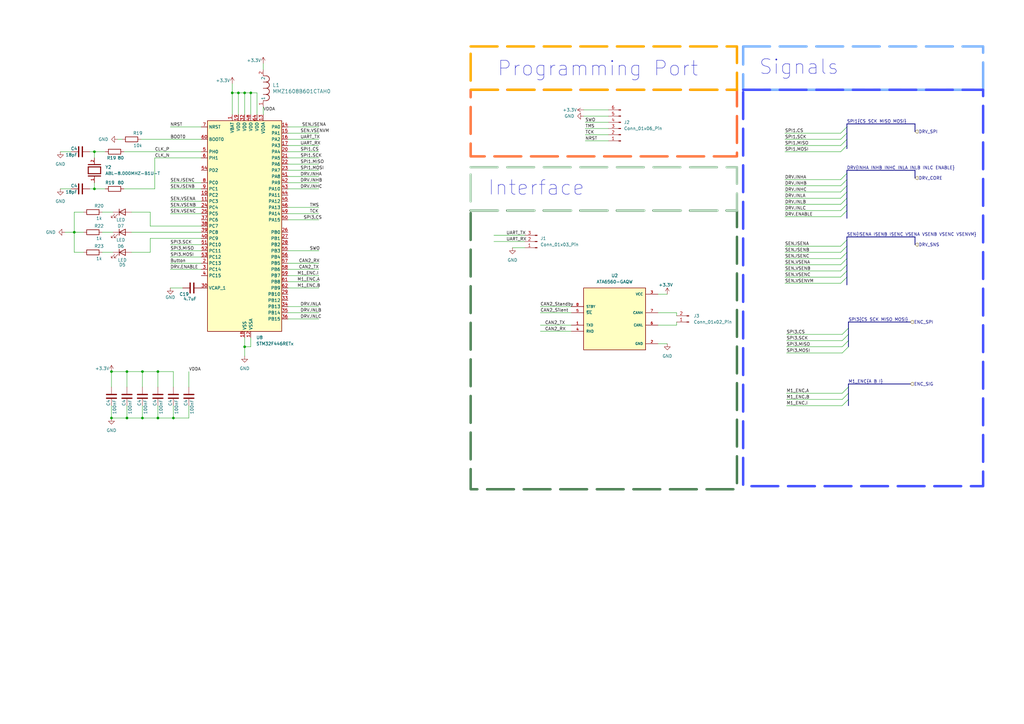
<source format=kicad_sch>
(kicad_sch (version 20230121) (generator eeschema)
  (paper "A3")
  (lib_symbols
    (symbol "Connector:Conn_01x02_Pin" (pin_names (offset 1.016) hide)
      (property "Reference" "J" (at 0 2.54 0))
      (property "Value" "Conn_01x02_Pin" (at 0 -5.08 0))
      (symbol "Conn_01x02_Pin_1_1"
        (polyline (pts (xy 1.27 -2.54) (xy 0.8636 -2.54)) (stroke (width 0.1524)))
        (polyline (pts (xy 1.27 0) (xy 0.8636 0)) (stroke (width 0.1524)))
        (rectangle (start 0.8636 -2.413) (end 0 -2.667) (stroke (width 0.1524)) (fill (type outline)))
        (rectangle (start 0.8636 0.127) (end 0 -0.127) (stroke (width 0.1524)) (fill (type outline)))
        (pin passive line (at 5.08 0 180) (length 3.81) (name "Pin_1") (number "1"))
        (pin passive line (at 5.08 -2.54 180) (length 3.81) (name "Pin_2") (number "2"))
      )
    )
    (symbol "Connector:Conn_01x03_Pin" (pin_names (offset 1.016) hide)
      (property "Reference" "J" (at 0 5.08 0))
      (property "Value" "Conn_01x03_Pin" (at 0 -5.08 0))
      (symbol "Conn_01x03_Pin_1_1"
        (polyline (pts (xy 1.27 -2.54) (xy 0.8636 -2.54)) (stroke (width 0.1524)))
        (polyline (pts (xy 1.27 0) (xy 0.8636 0)) (stroke (width 0.1524)))
        (polyline (pts (xy 1.27 2.54) (xy 0.8636 2.54)) (stroke (width 0.1524)))
        (rectangle (start 0.8636 -2.413) (end 0 -2.667) (stroke (width 0.1524)) (fill (type outline)))
        (rectangle (start 0.8636 0.127) (end 0 -0.127) (stroke (width 0.1524)) (fill (type outline)))
        (rectangle (start 0.8636 2.667) (end 0 2.413) (stroke (width 0.1524)) (fill (type outline)))
        (pin passive line (at 5.08 2.54 180) (length 3.81) (name "Pin_1") (number "1"))
        (pin passive line (at 5.08 0 180) (length 3.81) (name "Pin_2") (number "2"))
        (pin passive line (at 5.08 -2.54 180) (length 3.81) (name "Pin_3") (number "3"))
      )
    )
    (symbol "Connector:Conn_01x06_Pin" (pin_names (offset 1.016) hide)
      (property "Reference" "J" (at 0 7.62 0))
      (property "Value" "Conn_01x06_Pin" (at 0 -10.16 0))
      (symbol "Conn_01x06_Pin_1_1"
        (polyline (pts (xy 1.27 -7.62) (xy 0.8636 -7.62)) (stroke (width 0.1524)))
        (polyline (pts (xy 1.27 -5.08) (xy 0.8636 -5.08)) (stroke (width 0.1524)))
        (polyline (pts (xy 1.27 -2.54) (xy 0.8636 -2.54)) (stroke (width 0.1524)))
        (polyline (pts (xy 1.27 0) (xy 0.8636 0)) (stroke (width 0.1524)))
        (polyline (pts (xy 1.27 2.54) (xy 0.8636 2.54)) (stroke (width 0.1524)))
        (polyline (pts (xy 1.27 5.08) (xy 0.8636 5.08)) (stroke (width 0.1524)))
        (rectangle (start 0.8636 -7.493) (end 0 -7.747) (stroke (width 0.1524)) (fill (type outline)))
        (rectangle (start 0.8636 -4.953) (end 0 -5.207) (stroke (width 0.1524)) (fill (type outline)))
        (rectangle (start 0.8636 -2.413) (end 0 -2.667) (stroke (width 0.1524)) (fill (type outline)))
        (rectangle (start 0.8636 0.127) (end 0 -0.127) (stroke (width 0.1524)) (fill (type outline)))
        (rectangle (start 0.8636 2.667) (end 0 2.413) (stroke (width 0.1524)) (fill (type outline)))
        (rectangle (start 0.8636 5.207) (end 0 4.953) (stroke (width 0.1524)) (fill (type outline)))
        (pin passive line (at 5.08 5.08 180) (length 3.81) (name "Pin_1") (number "1"))
        (pin passive line (at 5.08 2.54 180) (length 3.81) (name "Pin_2") (number "2"))
        (pin passive line (at 5.08 0 180) (length 3.81) (name "Pin_3") (number "3"))
        (pin passive line (at 5.08 -2.54 180) (length 3.81) (name "Pin_4") (number "4"))
        (pin passive line (at 5.08 -5.08 180) (length 3.81) (name "Pin_5") (number "5"))
        (pin passive line (at 5.08 -7.62 180) (length 3.81) (name "Pin_6") (number "6"))
      )
    )
    (symbol "Device:C" (pin_numbers hide) (pin_names (offset 0.254))
      (property "Reference" "C" (at 0.635 2.54 0))
      (property "Value" "C" (at 0.635 -2.54 0))
      (symbol "C_0_1"
        (polyline (pts (xy -2.032 -0.762) (xy 2.032 -0.762)) (stroke (width 0.508)))
        (polyline (pts (xy -2.032 0.762) (xy 2.032 0.762)) (stroke (width 0.508)))
      )
      (symbol "C_1_1"
        (pin passive line (at 0 3.81 270) (length 2.794) (name "~") (number "1"))
        (pin passive line (at 0 -3.81 90) (length 2.794) (name "~") (number "2"))
      )
    )
    (symbol "Device:LED" (pin_numbers hide) (pin_names (offset 1.016) hide)
      (property "Reference" "D" (at 0 2.54 0))
      (property "Value" "LED" (at 0 -2.54 0))
      (symbol "LED_0_1"
        (polyline (pts (xy -1.27 -1.27) (xy -1.27 1.27)) (stroke (width 0.254)))
        (polyline (pts (xy -1.27 0) (xy 1.27 0)))
        (polyline (pts (xy 1.27 -1.27) (xy 1.27 1.27) (xy -1.27 0) (xy 1.27 -1.27)) (stroke (width 0.254)))
        (polyline (pts (xy -3.048 -0.762) (xy -4.572 -2.286) (xy -3.81 -2.286) (xy -4.572 -2.286) (xy -4.572 -1.524)))
        (polyline (pts (xy -1.778 -0.762) (xy -3.302 -2.286) (xy -2.54 -2.286) (xy -3.302 -2.286) (xy -3.302 -1.524)))
      )
      (symbol "LED_1_1"
        (pin passive line (at -3.81 0 0) (length 2.54) (name "K") (number "1"))
        (pin passive line (at 3.81 0 180) (length 2.54) (name "A") (number "2"))
      )
    )
    (symbol "Device:R" (pin_numbers hide) (pin_names (offset 0))
      (property "Reference" "R" (at 2.032 0 90))
      (property "Value" "R" (at 0 0 90))
      (symbol "R_0_1"
        (rectangle (start -1.016 -2.54) (end 1.016 2.54) (stroke (width 0.254)))
      )
      (symbol "R_1_1"
        (pin passive line (at 0 3.81 270) (length 1.27) (name "~") (number "1"))
        (pin passive line (at 0 -3.81 90) (length 1.27) (name "~") (number "2"))
      )
    )
    (symbol "MCU_ST_STM32F4:STM32F446RETx"
      (property "Reference" "U" (at -15.24 44.45 0))
      (property "Value" "STM32F446RETx" (at 10.16 44.45 0))
      (symbol "STM32F446RETx_0_1"
        (rectangle (start -15.24 -43.18) (end 15.24 43.18) (stroke (width 0.254)) (fill (type background)))
      )
      (symbol "STM32F446RETx_1_1"
        (pin power_in line (at -5.08 45.72 270) (length 2.54) (name "VBAT") (number "1"))
        (pin bidirectional line (at -17.78 12.7 0) (length 2.54) (name "PC2") (number "10"))
        (pin bidirectional line (at -17.78 10.16 0) (length 2.54) (name "PC3") (number "11"))
        (pin power_in line (at 2.54 -45.72 90) (length 2.54) (name "VSSA") (number "12"))
        (pin power_in line (at 7.62 45.72 270) (length 2.54) (name "VDDA") (number "13"))
        (pin bidirectional line (at 17.78 40.64 180) (length 2.54) (name "PA0") (number "14"))
        (pin bidirectional line (at 17.78 38.1 180) (length 2.54) (name "PA1") (number "15"))
        (pin bidirectional line (at 17.78 35.56 180) (length 2.54) (name "PA2") (number "16"))
        (pin bidirectional line (at 17.78 33.02 180) (length 2.54) (name "PA3") (number "17"))
        (pin power_in line (at 0 -45.72 90) (length 2.54) (name "VSS") (number "18"))
        (pin power_in line (at -2.54 45.72 270) (length 2.54) (name "VDD") (number "19"))
        (pin bidirectional line (at -17.78 -15.24 0) (length 2.54) (name "PC13") (number "2"))
        (pin bidirectional line (at 17.78 30.48 180) (length 2.54) (name "PA4") (number "20"))
        (pin bidirectional line (at 17.78 27.94 180) (length 2.54) (name "PA5") (number "21"))
        (pin bidirectional line (at 17.78 25.4 180) (length 2.54) (name "PA6") (number "22"))
        (pin bidirectional line (at 17.78 22.86 180) (length 2.54) (name "PA7") (number "23"))
        (pin bidirectional line (at -17.78 7.62 0) (length 2.54) (name "PC4") (number "24"))
        (pin bidirectional line (at -17.78 5.08 0) (length 2.54) (name "PC5") (number "25"))
        (pin bidirectional line (at 17.78 -2.54 180) (length 2.54) (name "PB0") (number "26"))
        (pin bidirectional line (at 17.78 -5.08 180) (length 2.54) (name "PB1") (number "27"))
        (pin bidirectional line (at 17.78 -7.62 180) (length 2.54) (name "PB2") (number "28"))
        (pin bidirectional line (at 17.78 -27.94 180) (length 2.54) (name "PB10") (number "29"))
        (pin bidirectional line (at -17.78 -17.78 0) (length 2.54) (name "PC14") (number "3"))
        (pin power_out line (at -17.78 -25.4 0) (length 2.54) (name "VCAP_1") (number "30"))
        (pin passive line (at 0 -45.72 90) (length 2.54) hide (name "VSS") (number "31"))
        (pin power_in line (at 0 45.72 270) (length 2.54) (name "VDD") (number "32"))
        (pin bidirectional line (at 17.78 -30.48 180) (length 2.54) (name "PB12") (number "33"))
        (pin bidirectional line (at 17.78 -33.02 180) (length 2.54) (name "PB13") (number "34"))
        (pin bidirectional line (at 17.78 -35.56 180) (length 2.54) (name "PB14") (number "35"))
        (pin bidirectional line (at 17.78 -38.1 180) (length 2.54) (name "PB15") (number "36"))
        (pin bidirectional line (at -17.78 2.54 0) (length 2.54) (name "PC6") (number "37"))
        (pin bidirectional line (at -17.78 0 0) (length 2.54) (name "PC7") (number "38"))
        (pin bidirectional line (at -17.78 -2.54 0) (length 2.54) (name "PC8") (number "39"))
        (pin bidirectional line (at -17.78 -20.32 0) (length 2.54) (name "PC15") (number "4"))
        (pin bidirectional line (at -17.78 -5.08 0) (length 2.54) (name "PC9") (number "40"))
        (pin bidirectional line (at 17.78 20.32 180) (length 2.54) (name "PA8") (number "41"))
        (pin bidirectional line (at 17.78 17.78 180) (length 2.54) (name "PA9") (number "42"))
        (pin bidirectional line (at 17.78 15.24 180) (length 2.54) (name "PA10") (number "43"))
        (pin bidirectional line (at 17.78 12.7 180) (length 2.54) (name "PA11") (number "44"))
        (pin bidirectional line (at 17.78 10.16 180) (length 2.54) (name "PA12") (number "45"))
        (pin bidirectional line (at 17.78 7.62 180) (length 2.54) (name "PA13") (number "46"))
        (pin passive line (at 0 -45.72 90) (length 2.54) hide (name "VSS") (number "47"))
        (pin power_in line (at 2.54 45.72 270) (length 2.54) (name "VDD") (number "48"))
        (pin bidirectional line (at 17.78 5.08 180) (length 2.54) (name "PA14") (number "49"))
        (pin bidirectional line (at -17.78 30.48 0) (length 2.54) (name "PH0") (number "5"))
        (pin bidirectional line (at 17.78 2.54 180) (length 2.54) (name "PA15") (number "50"))
        (pin bidirectional line (at -17.78 -7.62 0) (length 2.54) (name "PC10") (number "51"))
        (pin bidirectional line (at -17.78 -10.16 0) (length 2.54) (name "PC11") (number "52"))
        (pin bidirectional line (at -17.78 -12.7 0) (length 2.54) (name "PC12") (number "53"))
        (pin bidirectional line (at -17.78 22.86 0) (length 2.54) (name "PD2") (number "54"))
        (pin bidirectional line (at 17.78 -10.16 180) (length 2.54) (name "PB3") (number "55"))
        (pin bidirectional line (at 17.78 -12.7 180) (length 2.54) (name "PB4") (number "56"))
        (pin bidirectional line (at 17.78 -15.24 180) (length 2.54) (name "PB5") (number "57"))
        (pin bidirectional line (at 17.78 -17.78 180) (length 2.54) (name "PB6") (number "58"))
        (pin bidirectional line (at 17.78 -20.32 180) (length 2.54) (name "PB7") (number "59"))
        (pin bidirectional line (at -17.78 27.94 0) (length 2.54) (name "PH1") (number "6"))
        (pin input line (at -17.78 35.56 0) (length 2.54) (name "BOOT0") (number "60"))
        (pin bidirectional line (at 17.78 -22.86 180) (length 2.54) (name "PB8") (number "61"))
        (pin bidirectional line (at 17.78 -25.4 180) (length 2.54) (name "PB9") (number "62"))
        (pin passive line (at 0 -45.72 90) (length 2.54) hide (name "VSS") (number "63"))
        (pin power_in line (at 5.08 45.72 270) (length 2.54) (name "VDD") (number "64"))
        (pin input line (at -17.78 40.64 0) (length 2.54) (name "NRST") (number "7"))
        (pin bidirectional line (at -17.78 17.78 0) (length 2.54) (name "PC0") (number "8"))
        (pin bidirectional line (at -17.78 15.24 0) (length 2.54) (name "PC1") (number "9"))
      )
    )
    (symbol "TylerLib:ABL-8.000MHZ-B1U-T" (pin_names (offset 1.016))
      (property "Reference" "Y" (at -5.0878 3.8159 0))
      (property "Value" "ABL-8.000MHZ-B1U-T" (at -5.0944 -5.0944 0))
      (symbol "ABL-8.000MHZ-B1U-T_0_0"
        (polyline (pts (xy -2.3368 2.54) (xy -2.3368 -2.54)) (stroke (width 0.4064)))
        (polyline (pts (xy -1.397 2.54) (xy -1.397 -2.54)) (stroke (width 0.4064)))
        (polyline (pts (xy -1.397 2.54) (xy 1.397 2.54)) (stroke (width 0.4064)))
        (polyline (pts (xy 1.397 -2.54) (xy -1.397 -2.54)) (stroke (width 0.4064)))
        (polyline (pts (xy 1.397 2.54) (xy 1.397 -2.54)) (stroke (width 0.4064)))
        (polyline (pts (xy 2.3368 2.54) (xy 2.3368 -2.54)) (stroke (width 0.4064)))
        (pin passive line (at -5.08 0 0) (length 2.54) (name "~") (number "1"))
        (pin passive line (at 5.08 0 180) (length 2.54) (name "~") (number "2"))
      )
    )
    (symbol "TylerLib:ATA6560-GAQW" (pin_names (offset 1.016))
      (property "Reference" "U" (at -12.7 13.335 0))
      (property "Value" "ATA6560-GAQW" (at -12.7 -15.24 0))
      (symbol "ATA6560-GAQW_0_0"
        (rectangle (start -12.7 -12.7) (end 12.7 12.7) (stroke (width 0.254)) (fill (type background)))
        (pin input line (at -17.78 -2.54 0) (length 5.08) (name "TXD") (number "1"))
        (pin power_in line (at 17.78 -10.16 180) (length 5.08) (name "GND") (number "2"))
        (pin power_in line (at 17.78 10.16 180) (length 5.08) (name "VCC") (number "3"))
        (pin output line (at -17.78 -5.08 0) (length 5.08) (name "RXD") (number "4"))
        (pin input line (at -17.78 2.54 0) (length 5.08) (name "~{SIL}") (number "5"))
        (pin bidirectional line (at 17.78 -2.54 180) (length 5.08) (name "CANL") (number "6"))
        (pin bidirectional line (at 17.78 2.54 180) (length 5.08) (name "CANH") (number "7"))
        (pin input line (at -17.78 5.08 0) (length 5.08) (name "STBY") (number "8"))
      )
    )
    (symbol "TylerLib:MMZ1608B601CTAH0" (pin_names (offset 0.254))
      (property "Reference" "L" (at 6.985 5.08 0))
      (property "Value" "MMZ1608B601CTAH0" (at 6.985 -2.54 0))
      (symbol "MMZ1608B601CTAH0_1_1"
        (polyline (pts (xy 2.54 0) (xy 2.54 1.27)) (stroke (width 0.2032)))
        (polyline (pts (xy 5.08 0) (xy 5.08 1.27)) (stroke (width 0.2032)))
        (polyline (pts (xy 7.62 0) (xy 7.62 1.27)) (stroke (width 0.2032)))
        (polyline (pts (xy 10.16 0) (xy 10.16 1.27)) (stroke (width 0.2032)))
        (polyline (pts (xy 12.7 0) (xy 12.7 1.27)) (stroke (width 0.2032)))
        (arc (start 5.08 1.27) (mid 3.81 2.5345) (end 2.54 1.27) (stroke (width 0.254)))
        (arc (start 7.62 1.27) (mid 6.35 2.5345) (end 5.08 1.27) (stroke (width 0.254)))
        (arc (start 10.16 1.27) (mid 8.89 2.5345) (end 7.62 1.27) (stroke (width 0.254)))
        (arc (start 12.7 1.27) (mid 11.43 2.5345) (end 10.16 1.27) (stroke (width 0.254)))
        (pin unspecified line (at 15.24 0 180) (length 2.54) (name "1") (number "1"))
        (pin unspecified line (at 0 0 0) (length 2.54) (name "2") (number "2"))
      )
      (symbol "MMZ1608B601CTAH0_1_2"
        (arc (start -1.27 5.08) (mid -2.5345 3.81) (end -1.27 2.54) (stroke (width 0.254)))
        (arc (start -1.27 7.62) (mid -2.5345 6.35) (end -1.27 5.08) (stroke (width 0.254)))
        (arc (start -1.27 10.16) (mid -2.5345 8.89) (end -1.27 7.62) (stroke (width 0.254)))
        (arc (start -1.27 12.7) (mid -2.5345 11.43) (end -1.27 10.16) (stroke (width 0.254)))
        (polyline (pts (xy 0 2.54) (xy -1.27 2.54)) (stroke (width 0.2032)))
        (polyline (pts (xy 0 5.08) (xy -1.27 5.08)) (stroke (width 0.2032)))
        (polyline (pts (xy 0 7.62) (xy -1.27 7.62)) (stroke (width 0.2032)))
        (polyline (pts (xy 0 10.16) (xy -1.27 10.16)) (stroke (width 0.2032)))
        (polyline (pts (xy 0 12.7) (xy -1.27 12.7)) (stroke (width 0.2032)))
        (pin unspecified line (at 0 15.24 270) (length 2.54) (name "1") (number "1"))
        (pin unspecified line (at 0 0 90) (length 2.54) (name "2") (number "2"))
      )
    )
    (symbol "power:+3.3V" (power) (pin_names (offset 0))
      (property "Value" "+3.3V" (at 0 3.556 0))
      (symbol "+3.3V_0_1"
        (polyline (pts (xy -0.762 1.27) (xy 0 2.54)))
        (polyline (pts (xy 0 0) (xy 0 2.54)))
        (polyline (pts (xy 0 2.54) (xy 0.762 1.27)))
      )
      (symbol "+3.3V_1_1"
        (pin power_in line (at 0 0 90) (length 0) hide (name "+3.3V") (number "1"))
      )
    )
    (symbol "power:GND" (power) (pin_names (offset 0))
      (property "Value" "GND" (at 0 -3.81 0))
      (symbol "GND_0_1"
        (polyline (pts (xy 0 0) (xy 0 -1.27) (xy 1.27 -1.27) (xy 0 -2.54) (xy -1.27 -1.27) (xy 0 -1.27)))
      )
      (symbol "GND_1_1"
        (pin power_in line (at 0 0 270) (length 0) hide (name "GND") (number "1"))
      )
    )
  )
  (junction (at 102.87 38.1))
  (junction (at 71.12 171.45))
  (junction (at 64.77 171.45))
  (junction (at 52.07 152.4))
  (junction (at 100.33 142.24))
  (junction (at 30.48 95.25))
  (junction (at 52.07 171.45))
  (junction (at 45.72 152.4))
  (junction (at 58.42 152.4))
  (junction (at 38.735 77.47))
  (junction (at 45.72 171.45))
  (junction (at 38.735 62.23))
  (junction (at 100.33 38.1))
  (junction (at 95.25 38.1))
  (junction (at 97.79 38.1))
  (junction (at 64.77 152.4))
  (junction (at 58.42 171.45))
  (bus_entry (at 347.98 163.83) (size -2.54 2.54))
  (bus_entry (at 347.345 108.585) (size -2.54 2.54))
  (bus_entry (at 347.345 57.15) (size -2.54 2.54))
  (bus_entry (at 347.345 71.12) (size -2.54 2.54))
  (bus_entry (at 347.345 73.66) (size -2.54 2.54))
  (bus_entry (at 347.345 59.69) (size -2.54 2.54))
  (bus_entry (at 347.345 78.74) (size -2.54 2.54))
  (bus_entry (at 347.98 161.29) (size -2.54 2.54))
  (bus_entry (at 347.345 106.045) (size -2.54 2.54))
  (bus_entry (at 347.98 139.7) (size -2.54 2.54))
  (bus_entry (at 347.98 142.24) (size -2.54 2.54))
  (bus_entry (at 347.345 98.425) (size -2.54 2.54))
  (bus_entry (at 347.345 103.505) (size -2.54 2.54))
  (bus_entry (at 347.345 81.28) (size -2.54 2.54))
  (bus_entry (at 347.345 52.07) (size -2.54 2.54))
  (bus_entry (at 347.98 134.62) (size -2.54 2.54))
  (bus_entry (at 347.345 113.665) (size -2.54 2.54))
  (bus_entry (at 347.345 83.82) (size -2.54 2.54))
  (bus_entry (at 347.345 100.965) (size -2.54 2.54))
  (bus_entry (at 347.98 158.75) (size -2.54 2.54))
  (bus_entry (at 347.98 137.16) (size -2.54 2.54))
  (bus_entry (at 347.345 76.2) (size -2.54 2.54))
  (bus_entry (at 347.345 54.61) (size -2.54 2.54))
  (bus_entry (at 347.345 111.125) (size -2.54 2.54))
  (bus_entry (at 347.345 86.36) (size -2.54 2.54))
  (bus (pts (xy 347.345 50.8) (xy 347.345 52.07)))
  (wire (pts (xy 69.85 52.07) (xy 82.55 52.07)))
  (wire (pts (xy 118.11 67.31) (xy 130.81 67.31)))
  (wire (pts (xy 118.11 107.95) (xy 130.81 107.95)))
  (wire (pts (xy 321.945 103.505) (xy 344.805 103.505)))
  (wire (pts (xy 95.25 34.29) (xy 95.25 38.1)))
  (bus (pts (xy 347.345 69.85) (xy 375.285 69.85)))
  (wire (pts (xy 97.79 38.1) (xy 97.79 46.99)))
  (bus (pts (xy 347.345 98.425) (xy 347.345 100.965)))
  (wire (pts (xy 221.615 125.73) (xy 234.315 125.73)))
  (wire (pts (xy 277.495 133.35) (xy 277.495 132.08)))
  (bus (pts (xy 347.98 163.83) (xy 347.98 166.37)))
  (wire (pts (xy 38.735 62.23) (xy 38.735 64.77)))
  (wire (pts (xy 118.11 113.03) (xy 130.81 113.03)))
  (wire (pts (xy 118.11 52.07) (xy 130.81 52.07)))
  (bus (pts (xy 347.98 158.75) (xy 347.98 161.29)))
  (wire (pts (xy 100.33 38.1) (xy 100.33 46.99)))
  (wire (pts (xy 321.945 78.74) (xy 344.805 78.74)))
  (bus (pts (xy 347.98 134.62) (xy 347.98 137.16)))
  (wire (pts (xy 63.5 77.47) (xy 63.5 64.77)))
  (wire (pts (xy 95.25 38.1) (xy 95.25 46.99)))
  (bus (pts (xy 347.345 103.505) (xy 347.345 106.045)))
  (bus (pts (xy 347.98 157.48) (xy 373.38 157.48)))
  (wire (pts (xy 118.11 69.85) (xy 130.81 69.85)))
  (wire (pts (xy 322.58 144.78) (xy 345.44 144.78)))
  (wire (pts (xy 38.735 74.93) (xy 38.735 77.47)))
  (wire (pts (xy 45.72 152.4) (xy 52.07 152.4)))
  (wire (pts (xy 221.615 133.35) (xy 234.315 133.35)))
  (bus (pts (xy 347.345 50.8) (xy 375.285 50.8)))
  (wire (pts (xy 63.5 64.77) (xy 82.55 64.77)))
  (wire (pts (xy 53.975 103.505) (xy 61.595 103.505)))
  (wire (pts (xy 102.87 142.24) (xy 100.33 142.24)))
  (wire (pts (xy 69.85 118.11) (xy 74.93 118.11)))
  (wire (pts (xy 52.07 152.4) (xy 58.42 152.4)))
  (wire (pts (xy 118.11 110.49) (xy 130.81 110.49)))
  (wire (pts (xy 26.67 95.25) (xy 30.48 95.25)))
  (wire (pts (xy 322.58 137.16) (xy 345.44 137.16)))
  (wire (pts (xy 118.11 90.17) (xy 130.81 90.17)))
  (bus (pts (xy 347.98 157.48) (xy 347.98 158.75)))
  (wire (pts (xy 321.945 116.205) (xy 344.805 116.205)))
  (wire (pts (xy 269.875 133.35) (xy 277.495 133.35)))
  (wire (pts (xy 38.735 77.47) (xy 43.18 77.47)))
  (wire (pts (xy 77.47 171.45) (xy 71.12 171.45)))
  (wire (pts (xy 321.945 113.665) (xy 344.805 113.665)))
  (wire (pts (xy 69.85 102.87) (xy 82.55 102.87)))
  (wire (pts (xy 105.41 38.1) (xy 105.41 46.99)))
  (wire (pts (xy 321.945 62.23) (xy 344.805 62.23)))
  (wire (pts (xy 118.11 77.47) (xy 130.81 77.47)))
  (wire (pts (xy 210.185 101.6) (xy 215.265 101.6)))
  (wire (pts (xy 321.945 108.585) (xy 344.805 108.585)))
  (wire (pts (xy 118.11 72.39) (xy 130.81 72.39)))
  (wire (pts (xy 71.12 158.75) (xy 71.12 152.4)))
  (wire (pts (xy 100.33 142.24) (xy 100.33 138.43)))
  (wire (pts (xy 322.58 139.7) (xy 345.44 139.7)))
  (wire (pts (xy 53.975 95.25) (xy 82.55 95.25)))
  (wire (pts (xy 50.8 62.23) (xy 82.55 62.23)))
  (wire (pts (xy 24.765 62.23) (xy 29.21 62.23)))
  (wire (pts (xy 273.685 120.65) (xy 269.875 120.65)))
  (wire (pts (xy 61.595 103.505) (xy 61.595 97.79)))
  (wire (pts (xy 30.48 95.25) (xy 34.29 95.25)))
  (wire (pts (xy 71.12 171.45) (xy 64.77 171.45)))
  (wire (pts (xy 240.03 50.165) (xy 249.555 50.165)))
  (wire (pts (xy 97.79 38.1) (xy 95.25 38.1)))
  (wire (pts (xy 105.41 38.1) (xy 102.87 38.1)))
  (wire (pts (xy 45.72 171.45) (xy 52.07 171.45)))
  (bus (pts (xy 347.345 83.82) (xy 347.345 86.36)))
  (wire (pts (xy 30.48 103.505) (xy 30.48 95.25)))
  (wire (pts (xy 221.615 128.27) (xy 234.315 128.27)))
  (wire (pts (xy 240.03 52.705) (xy 249.555 52.705)))
  (wire (pts (xy 202.565 99.06) (xy 215.265 99.06)))
  (wire (pts (xy 64.77 166.37) (xy 64.77 171.45)))
  (wire (pts (xy 38.735 62.23) (xy 43.18 62.23)))
  (wire (pts (xy 77.47 152.4) (xy 77.47 158.75)))
  (wire (pts (xy 322.58 142.24) (xy 345.44 142.24)))
  (wire (pts (xy 118.11 118.11) (xy 130.81 118.11)))
  (wire (pts (xy 321.945 59.69) (xy 344.805 59.69)))
  (wire (pts (xy 321.945 100.965) (xy 344.805 100.965)))
  (wire (pts (xy 24.765 77.47) (xy 29.21 77.47)))
  (wire (pts (xy 61.595 86.995) (xy 61.595 92.71)))
  (bus (pts (xy 347.345 113.665) (xy 347.345 116.84)))
  (bus (pts (xy 347.345 52.07) (xy 347.345 54.61)))
  (bus (pts (xy 375.285 69.85) (xy 375.285 73.025)))
  (wire (pts (xy 102.87 138.43) (xy 102.87 142.24)))
  (wire (pts (xy 118.11 54.61) (xy 130.81 54.61)))
  (bus (pts (xy 347.98 139.7) (xy 347.98 142.24)))
  (wire (pts (xy 321.945 106.045) (xy 344.805 106.045)))
  (wire (pts (xy 30.48 103.505) (xy 34.29 103.505)))
  (wire (pts (xy 41.91 103.505) (xy 46.355 103.505)))
  (wire (pts (xy 30.48 86.995) (xy 34.29 86.995)))
  (wire (pts (xy 61.595 97.79) (xy 82.55 97.79)))
  (wire (pts (xy 118.11 130.81) (xy 130.81 130.81)))
  (bus (pts (xy 347.345 71.12) (xy 347.345 73.66)))
  (wire (pts (xy 77.47 166.37) (xy 77.47 171.45)))
  (wire (pts (xy 273.685 140.97) (xy 269.875 140.97)))
  (wire (pts (xy 221.615 135.89) (xy 234.315 135.89)))
  (bus (pts (xy 347.345 97.155) (xy 375.285 97.155)))
  (wire (pts (xy 321.945 86.36) (xy 344.805 86.36)))
  (wire (pts (xy 45.72 166.37) (xy 45.72 171.45)))
  (wire (pts (xy 118.11 85.09) (xy 130.81 85.09)))
  (wire (pts (xy 69.85 82.55) (xy 82.55 82.55)))
  (wire (pts (xy 58.42 158.75) (xy 58.42 152.4)))
  (wire (pts (xy 41.91 86.995) (xy 46.355 86.995)))
  (wire (pts (xy 321.945 54.61) (xy 344.805 54.61)))
  (wire (pts (xy 69.85 107.95) (xy 82.55 107.95)))
  (wire (pts (xy 64.77 171.45) (xy 58.42 171.45)))
  (wire (pts (xy 240.03 55.245) (xy 249.555 55.245)))
  (wire (pts (xy 321.945 57.15) (xy 344.805 57.15)))
  (wire (pts (xy 100.33 146.05) (xy 100.33 142.24)))
  (bus (pts (xy 347.345 108.585) (xy 347.345 111.125)))
  (wire (pts (xy 45.72 152.4) (xy 45.72 158.75)))
  (wire (pts (xy 321.945 111.125) (xy 344.805 111.125)))
  (bus (pts (xy 347.345 59.69) (xy 347.345 60.96)))
  (wire (pts (xy 118.11 57.15) (xy 130.81 57.15)))
  (wire (pts (xy 118.11 102.87) (xy 130.81 102.87)))
  (wire (pts (xy 118.11 62.23) (xy 130.81 62.23)))
  (bus (pts (xy 347.345 81.28) (xy 347.345 83.82)))
  (wire (pts (xy 69.85 110.49) (xy 82.55 110.49)))
  (wire (pts (xy 118.11 87.63) (xy 130.81 87.63)))
  (wire (pts (xy 48.26 57.15) (xy 50.165 57.15)))
  (wire (pts (xy 118.11 115.57) (xy 130.81 115.57)))
  (bus (pts (xy 347.98 132.08) (xy 373.38 132.08)))
  (wire (pts (xy 277.495 128.27) (xy 277.495 129.54)))
  (wire (pts (xy 69.85 85.09) (xy 82.55 85.09)))
  (wire (pts (xy 71.12 166.37) (xy 71.12 171.45)))
  (wire (pts (xy 118.11 125.73) (xy 130.81 125.73)))
  (bus (pts (xy 347.345 69.85) (xy 347.345 71.12)))
  (bus (pts (xy 347.345 111.125) (xy 347.345 113.665)))
  (bus (pts (xy 347.345 54.61) (xy 347.345 57.15)))
  (wire (pts (xy 50.8 77.47) (xy 63.5 77.47)))
  (wire (pts (xy 58.42 171.45) (xy 52.07 171.45)))
  (bus (pts (xy 347.345 100.965) (xy 347.345 103.505)))
  (wire (pts (xy 46.355 95.25) (xy 41.91 95.25)))
  (wire (pts (xy 61.595 92.71) (xy 82.55 92.71)))
  (wire (pts (xy 107.95 43.815) (xy 107.95 46.99)))
  (wire (pts (xy 239.395 47.625) (xy 249.555 47.625)))
  (wire (pts (xy 69.85 77.47) (xy 82.55 77.47)))
  (wire (pts (xy 69.85 87.63) (xy 82.55 87.63)))
  (wire (pts (xy 321.945 88.9) (xy 344.805 88.9)))
  (wire (pts (xy 64.77 158.75) (xy 64.77 152.4)))
  (bus (pts (xy 347.345 106.045) (xy 347.345 108.585)))
  (bus (pts (xy 347.98 137.16) (xy 347.98 139.7)))
  (bus (pts (xy 347.345 86.36) (xy 347.345 89.535)))
  (bus (pts (xy 347.345 78.74) (xy 347.345 81.28)))
  (wire (pts (xy 107.95 26.035) (xy 107.95 28.575)))
  (wire (pts (xy 321.945 81.28) (xy 344.805 81.28)))
  (bus (pts (xy 347.345 57.15) (xy 347.345 59.69)))
  (wire (pts (xy 36.83 77.47) (xy 38.735 77.47)))
  (wire (pts (xy 322.58 161.29) (xy 345.44 161.29)))
  (wire (pts (xy 71.12 152.4) (xy 64.77 152.4)))
  (wire (pts (xy 269.875 128.27) (xy 277.495 128.27)))
  (wire (pts (xy 322.58 166.37) (xy 345.44 166.37)))
  (wire (pts (xy 69.85 105.41) (xy 82.55 105.41)))
  (wire (pts (xy 36.83 62.23) (xy 38.735 62.23)))
  (wire (pts (xy 52.07 171.45) (xy 52.07 166.37)))
  (wire (pts (xy 102.87 38.1) (xy 102.87 46.99)))
  (wire (pts (xy 57.785 57.15) (xy 82.55 57.15)))
  (wire (pts (xy 239.395 45.085) (xy 249.555 45.085)))
  (wire (pts (xy 69.85 100.33) (xy 82.55 100.33)))
  (bus (pts (xy 375.285 97.155) (xy 375.285 100.33)))
  (wire (pts (xy 118.11 59.69) (xy 130.81 59.69)))
  (wire (pts (xy 118.11 64.77) (xy 130.81 64.77)))
  (bus (pts (xy 347.345 97.155) (xy 347.345 98.425)))
  (bus (pts (xy 347.345 73.66) (xy 347.345 76.2)))
  (bus (pts (xy 347.98 132.08) (xy 347.98 134.62)))
  (wire (pts (xy 102.87 38.1) (xy 100.33 38.1)))
  (bus (pts (xy 347.345 76.2) (xy 347.345 78.74)))
  (wire (pts (xy 240.03 57.785) (xy 249.555 57.785)))
  (wire (pts (xy 58.42 166.37) (xy 58.42 171.45)))
  (wire (pts (xy 202.565 96.52) (xy 215.265 96.52)))
  (bus (pts (xy 347.98 161.29) (xy 347.98 163.83)))
  (wire (pts (xy 53.975 86.995) (xy 61.595 86.995)))
  (wire (pts (xy 118.11 74.93) (xy 130.81 74.93)))
  (wire (pts (xy 118.11 128.27) (xy 130.81 128.27)))
  (wire (pts (xy 64.77 152.4) (xy 58.42 152.4)))
  (bus (pts (xy 375.285 50.8) (xy 375.285 53.975)))
  (wire (pts (xy 69.85 74.93) (xy 82.55 74.93)))
  (wire (pts (xy 321.945 83.82) (xy 344.805 83.82)))
  (wire (pts (xy 100.33 38.1) (xy 97.79 38.1)))
  (wire (pts (xy 321.945 76.2) (xy 344.805 76.2)))
  (wire (pts (xy 322.58 163.83) (xy 345.44 163.83)))
  (wire (pts (xy 30.48 86.995) (xy 30.48 95.25)))
  (wire (pts (xy 52.07 158.75) (xy 52.07 152.4)))
  (wire (pts (xy 321.945 73.66) (xy 344.805 73.66)))
  (rectangle (start 304.8 36.83) (end 403.225 199.39) (stroke (width 1) (type dash) (color 63 76 255 1)))
  (rectangle (start 193.04 19.05) (end 302.26 36.83) (stroke (width 1) (type dash) (color 255 164 0 1)))
  (rectangle (start 193.04 86.36) (end 302.26 200.66) (stroke (width 1) (type dash) (color 70 122 78 1)))
  (rectangle (start 193.04 68.58) (end 302.26 86.36) (stroke (width 1) (type dash) (color 171 205 177 1)))
  (rectangle (start 304.8 19.05) (end 403.225 36.83) (stroke (width 1) (type dash) (color 120 174 255 1)))
  (rectangle (start 193.04 36.83) (end 302.26 64.135) (stroke (width 1) (type dash) (color 255 110 56 1)))
  (text "Programming Port" (at 203.835 31.75 0) (effects (font (size 6 6)) (justify left bottom)))
  (text "Signals\n" (at 311.15 31.115 0) (effects (font (size 6 6)) (justify left bottom)))
  (text "Interface" (at 200.025 80.645 0) (effects (font (size 6 6)) (justify left bottom)))
  (label "SEN.ISENC" (at 69.85 74.93 0))
  (label "SEN.VSENB" (at 321.945 111.125 0))
  (label "Button" (at 69.85 107.95 0))
  (label "DRV{INHA INHB INHC INLA INLB INLC ENABLE}" (at 347.345 69.85 0))
  (label "SEN.VSENVM" (at 123.19 54.61 0))
  (label "SEN.VSENB" (at 69.85 85.09 0))
  (label "TMS" (at 127 85.09 0))
  (label "SEN{ISENA ISENB ISENC VSENA VSENB VSENC VSENVM}" (at 347.345 97.155 0))
  (label "SPI3{CS SCK MISO MOSI}" (at 347.98 132.08 0))
  (label "M1_ENC.I" (at 322.58 166.37 0))
  (label "SPI3.MISO" (at 69.8743 102.87 0))
  (label "SEN.VSENC" (at 321.945 113.665 0))
  (label "SEN.VSENA" (at 321.945 108.585 0))
  (label "CAN2_TX" (at 223.52 133.35 0))
  (label "CLK_N" (at 63.5 64.77 0))
  (label "DRV.INHB" (at 321.945 76.2 0))
  (label "SEN.ISENB" (at 69.85 77.47 0))
  (label "NRST" (at 240.03 57.785 0))
  (label "M1_ENC{A B I}" (at 347.98 157.48 0))
  (label "CAN2_Silent" (at 221.615 128.27 0))
  (label "SPI1.CS" (at 321.945 54.61 0))
  (label "DRV.INLA" (at 321.945 81.28 0))
  (label "CAN2_Standby" (at 221.615 125.73 0))
  (label "VDDA" (at 107.95 45.72 0))
  (label "DRV.INHC" (at 123.19 77.47 0))
  (label "DRV.INHB" (at 123.19 74.93 0))
  (label "M1_ENC.I" (at 121.92 113.03 0))
  (label "SEN.ISENA" (at 123.825 52.07 0))
  (label "UART_RX" (at 207.645 99.06 0))
  (label "VDDA" (at 77.47 152.4 0))
  (label "SWO" (at 240.03 50.165 0))
  (label "M1_ENC.A" (at 322.58 161.29 0))
  (label "UART_TX" (at 207.645 96.52 0))
  (label "DRV.INHA" (at 123.19 72.39 0))
  (label "DRV.ENABLE" (at 69.85 110.49 0))
  (label "CAN2_RX" (at 223.52 135.89 0))
  (label "M1_ENC.A" (at 121.92 115.57 0))
  (label "DRV.INLA" (at 123.19 125.73 0))
  (label "DRV.ENABLE" (at 321.945 88.9 0))
  (label "DRV.INLB" (at 123.19 128.27 0))
  (label "SPI1.SCK" (at 123.19 64.77 0))
  (label "SPI3.CS" (at 124.46 90.17 0))
  (label "CLK_P" (at 63.5 62.23 0))
  (label "CAN2_RX" (at 122.555 107.95 0))
  (label "SPI3.CS" (at 322.58 137.16 0))
  (label "SEN.ISENC" (at 321.945 106.045 0))
  (label "SEN.VSENA" (at 69.85 82.55 0))
  (label "SEN.ISENB" (at 321.945 103.505 0))
  (label "SEN.VSENVM" (at 321.945 116.205 0))
  (label "SPI1.MOSI" (at 123.19 69.85 0))
  (label "CAN2_TX" (at 122.555 110.49 0))
  (label "DRV.INHC" (at 321.945 78.74 0))
  (label "SWO" (at 127 102.87 0))
  (label "SPI1.MOSI" (at 321.945 62.23 0))
  (label "UART_RX" (at 123.19 59.69 0))
  (label "SEN.ISENA" (at 321.945 100.965 0))
  (label "SPI1.SCK" (at 321.945 57.15 0))
  (label "SPI1{CS SCK MISO MOSI}" (at 347.345 50.8 0))
  (label "SEN.VSENC" (at 69.85 87.63 0))
  (label "DRV.INHA" (at 321.945 73.66 0))
  (label "M1_ENC.B" (at 121.92 118.11 0))
  (label "SPI1.CS" (at 123.19 62.23 0))
  (label "TMS" (at 240.03 52.705 0))
  (label "DRV.INLB" (at 321.945 83.82 0))
  (label "SPI3.SCK" (at 322.58 139.7 0))
  (label "DRV.INLC" (at 321.945 86.36 0))
  (label "SPI3.SCK" (at 69.85 100.33 0))
  (label "SPI1.MISO" (at 123.19 67.31 0))
  (label "DRV.INLC" (at 123.19 130.81 0))
  (label "TCK" (at 240.03 55.245 0))
  (label "SPI1.MISO" (at 321.945 59.69 0))
  (label "SPI3.MOSI" (at 322.58 144.78 0))
  (label "BOOT0" (at 69.85 57.15 0))
  (label "UART_TX" (at 123.19 57.15 0))
  (label "SPI3.MISO" (at 322.58 142.24 0))
  (label "M1_ENC.B" (at 322.58 163.83 0))
  (label "TCK" (at 127 87.63 0))
  (label "NRST" (at 69.85 52.07 0))
  (label "SPI3.MOSI" (at 69.85 105.41 0))
  (hierarchical_label "DRV_CORE" (shape input) (at 375.285 73.025 0))
  (hierarchical_label "DRV_SPI" (shape input) (at 375.285 53.975 0))
  (hierarchical_label "ENC_SIG" (shape input) (at 373.38 157.48 0))
  (hierarchical_label "ENC_SPI" (shape input) (at 373.38 132.08 0))
  (hierarchical_label "DRV_SNS" (shape input) (at 375.285 100.33 0))
  (symbol (lib_id "Device:R") (at 53.975 57.15 270) (mirror x) (unit 1)
    (property "Reference" "R19" (at 56.515 54.61 90))
    (property "Value" "10k" (at 56.515 59.69 90))
    (property "Footprint" "Resistor_SMD:R_0603_1608Metric" (effects hide))
    (instances (project "MotorDriver" (path "" (reference "R19") (unit 1)) (path "" (reference "R6") (unit 1))))
  )
  (symbol (lib_id "Device:C") (at 45.72 162.56 180) (unit 1)
    (property "Reference" "C4" (at 44.45 163.83 90) (effects (justify left)))
    (property "Value" "100nF" (at 46.99 163.83 90) (effects (justify left)))
    (property "Footprint" "Capacitor_SMD:C_0603_1608Metric" (effects hide))
    (instances (project "MotorDriver" (path "" (reference "C4") (unit 1)) (path "" (reference "C28") (unit 1)) (path "" (reference "C3") (unit 1))))
  )
  (symbol (lib_id "Device:C") (at 33.02 77.47 90) (unit 1)
    (property "Reference" "C4" (at 31.75 76.2 90) (effects (justify left)))
    (property "Value" "18pF" (at 31.75 78.74 90) (effects (justify left)))
    (property "Footprint" "Capacitor_SMD:C_0603_1608Metric" (effects hide))
    (instances (project "MotorDriver" (path "" (reference "C4") (unit 1)) (path "" (reference "C28") (unit 1)) (path "" (reference "C2") (unit 1))))
  )
  (symbol (lib_id "TylerLib:MMZ1608B601CTAH0") (at 107.95 28.575 270) (unit 1)
    (property "Reference" "L1" (at 111.76 34.925 90) (effects (font (size 1.524 1.524)) (justify left)))
    (property "Value" "MMZ1608B601CTAH0" (at 111.76 37.465 90) (effects (font (size 1.524 1.524)) (justify left)))
    (property "Footprint" "TylerLib:IND_1608_TDK" (effects hide))
    (property "Datasheet" "MMZ1608B601CTAH0" (effects hide))
  )
  (symbol (lib_id "power:+3.3V") (at 273.685 120.65 0) (unit 1)
    (property "Reference" "#PWR034" (effects hide))
    (property "Value" "+3.3V" (at 273.05 116.84 0))
    (instances (project "MotorDriver" (path "" (reference "#PWR034") (unit 1)) (path "" (reference "#PWR017") (unit 1))))
  )
  (symbol (lib_id "power:GND") (at 69.85 118.11 0) (unit 1)
    (property "Reference" "#PWR035" (effects hide))
    (property "Value" "GND" (at 69.85 121.92 0))
    (instances (project "MotorDriver" (path "" (reference "#PWR035") (unit 1)) (path "" (reference "#PWR07") (unit 1))))
  )
  (symbol (lib_id "power:GND") (at 45.72 171.45 0) (unit 1)
    (property "Reference" "#PWR035" (effects hide))
    (property "Value" "GND" (at 45.72 176.53 0))
    (instances (project "MotorDriver" (path "" (reference "#PWR035") (unit 1)) (path "" (reference "#PWR05") (unit 1))))
  )
  (symbol (lib_id "power:+3.3V") (at 45.72 152.4 0) (unit 1)
    (property "Reference" "#PWR034" (effects hide))
    (property "Value" "+3.3V" (at 41.91 151.13 0))
    (instances (project "MotorDriver" (path "" (reference "#PWR034") (unit 1)) (path "" (reference "#PWR04") (unit 1))))
  )
  (symbol (lib_id "Device:LED") (at 50.165 103.505 0) (unit 1)
    (property "Reference" "D5" (at 50.165 108.585 0))
    (property "Value" "LED" (at 50.165 106.68 0))
    (property "Footprint" "LED_SMD:LED_0603_1608Metric" (effects hide))
    (instances (project "MotorDriver" (path "" (reference "D5") (unit 1)) (path "" (reference "D3") (unit 1))))
  )
  (symbol (lib_id "power:+3.3V") (at 107.95 26.035 0) (unit 1)
    (property "Reference" "#PWR034" (effects hide))
    (property "Value" "+3.3V" (at 104.14 24.765 0))
    (instances (project "MotorDriver" (path "" (reference "#PWR034") (unit 1)) (path "" (reference "#PWR010") (unit 1))))
  )
  (symbol (lib_id "Connector:Conn_01x03_Pin") (at 220.345 99.06 180) (unit 1)
    (property "Reference" "J1" (at 221.615 97.79 0) (effects (justify right)))
    (property "Value" "Conn_01x03_Pin" (at 221.615 100.33 0) (effects (justify right)))
    (property "Footprint" "Connector_PinHeader_2.54mm:PinHeader_1x03_P2.54mm_Vertical" (effects hide))
  )
  (symbol (lib_id "power:GND") (at 24.765 62.23 0) (unit 1)
    (property "Reference" "#PWR039" (effects hide))
    (property "Value" "GND" (at 24.765 67.31 0))
    (instances (project "MotorDriver" (path "" (reference "#PWR039") (unit 1)) (path "" (reference "#PWR01") (unit 1))))
  )
  (symbol (lib_id "Device:C") (at 77.47 162.56 180) (unit 1)
    (property "Reference" "C4" (at 76.2 163.83 90) (effects (justify left)))
    (property "Value" "100nF" (at 78.74 163.83 90) (effects (justify left)))
    (property "Footprint" "Capacitor_SMD:C_0603_1608Metric" (effects hide))
    (instances (project "MotorDriver" (path "" (reference "C4") (unit 1)) (path "" (reference "C28") (unit 1)) (path "" (reference "C8") (unit 1))))
  )
  (symbol (lib_id "power:GND") (at 48.26 57.15 270) (unit 1)
    (property "Reference" "#PWR038" (effects hide))
    (property "Value" "GND" (at 44.45 57.15 90) (effects (justify right)))
    (instances (project "MotorDriver" (path "" (reference "#PWR038") (unit 1)) (path "" (reference "#PWR06") (unit 1))))
  )
  (symbol (lib_id "Device:C") (at 58.42 162.56 180) (unit 1)
    (property "Reference" "C4" (at 57.15 163.83 90) (effects (justify left)))
    (property "Value" "100nF" (at 59.69 163.83 90) (effects (justify left)))
    (property "Footprint" "Capacitor_SMD:C_0603_1608Metric" (effects hide))
    (instances (project "MotorDriver" (path "" (reference "C4") (unit 1)) (path "" (reference "C28") (unit 1)) (path "" (reference "C5") (unit 1))))
  )
  (symbol (lib_id "Device:R") (at 46.99 62.23 270) (mirror x) (unit 1)
    (property "Reference" "R19" (at 45.72 64.77 90))
    (property "Value" "80" (at 49.53 64.77 90))
    (property "Footprint" "Resistor_SMD:R_0603_1608Metric" (effects hide))
    (instances (project "MotorDriver" (path "" (reference "R19") (unit 1)) (path "" (reference "R4") (unit 1))))
  )
  (symbol (lib_id "Device:C") (at 52.07 162.56 180) (unit 1)
    (property "Reference" "C4" (at 50.8 163.83 90) (effects (justify left)))
    (property "Value" "100nF" (at 53.34 163.83 90) (effects (justify left)))
    (property "Footprint" "Capacitor_SMD:C_0603_1608Metric" (effects hide))
    (instances (project "MotorDriver" (path "" (reference "C4") (unit 1)) (path "" (reference "C28") (unit 1)) (path "" (reference "C4") (unit 1))))
  )
  (symbol (lib_id "power:GND") (at 210.185 101.6 0) (unit 1)
    (property "Reference" "#PWR035" (effects hide))
    (property "Value" "GND" (at 210.185 106.68 0))
    (instances (project "MotorDriver" (path "" (reference "#PWR035") (unit 1)) (path "" (reference "#PWR011") (unit 1))))
  )
  (symbol (lib_id "Device:R") (at 38.1 95.25 270) (mirror x) (unit 1)
    (property "Reference" "R22" (at 40.64 92.71 90))
    (property "Value" "1k" (at 40.64 97.79 90))
    (property "Footprint" "Resistor_SMD:R_0603_1608Metric" (effects hide))
    (instances (project "MotorDriver" (path "" (reference "R22") (unit 1)) (path "" (reference "R2") (unit 1))))
  )
  (symbol (lib_id "Device:C") (at 33.02 62.23 90) (unit 1)
    (property "Reference" "C4" (at 31.75 60.96 90) (effects (justify left)))
    (property "Value" "18pF" (at 31.75 63.5 90) (effects (justify left)))
    (property "Footprint" "Capacitor_SMD:C_0603_1608Metric" (effects hide))
    (instances (project "MotorDriver" (path "" (reference "C4") (unit 1)) (path "" (reference "C28") (unit 1)) (path "" (reference "C1") (unit 1))))
  )
  (symbol (lib_id "power:+3.3V") (at 239.395 45.085 90) (unit 1)
    (property "Reference" "#PWR034" (effects hide))
    (property "Value" "+3.3V" (at 233.68 45.085 90))
    (instances (project "MotorDriver" (path "" (reference "#PWR034") (unit 1)) (path "" (reference "#PWR013") (unit 1))))
  )
  (symbol (lib_id "TylerLib:ATA6560-GAQW") (at 252.095 130.81 0) (unit 1)
    (property "Reference" "U2" (at 252.095 113.03 0))
    (property "Value" "ATA6560-GAQW" (at 252.095 115.57 0))
    (property "Footprint" "TylerLib:SOIC127P600X175-8N" (effects hide))
    (property "MF" "Microchip" (effects hide))
    (property "MAXIMUM_PACKAGE_HEIGHT" "1.75 mm" (effects hide))
    (property "Package" "SO-8 Microchip" (effects hide))
    (property "Price" "None" (effects hide))
    (property "Check_prices" "https://www.snapeda.com/parts/ATA6560-GAQW/Microchip/view-part/?ref=eda" (effects hide))
    (property "STANDARD" "IPC 7351B" (effects hide))
    (property "PARTREV" "B" (effects hide))
    (property "SnapEDA_Link" "https://www.snapeda.com/parts/ATA6560-GAQW/Microchip/view-part/?ref=snap" (effects hide))
    (property "MP" "ATA6560-GAQW" (effects hide))
    (property "Purchase-URL" "https://www.snapeda.com/api/url_track_click_mouser/?unipart_id=588003&manufacturer=Microchip&part_name=ATA6560-GAQW&search_term=None" (effects hide))
    (property "Description" "\n1/1 Transceiver - CANbus 8-SO\n" (effects hide))
    (property "Availability" "In Stock" (effects hide))
    (property "MANUFACTURER" "Microchip" (effects hide))
  )
  (symbol (lib_id "power:GND") (at 24.765 77.47 0) (unit 1)
    (property "Reference" "#PWR039" (effects hide))
    (property "Value" "GND" (at 24.765 82.55 0))
    (instances (project "MotorDriver" (path "" (reference "#PWR039") (unit 1)) (path "" (reference "#PWR02") (unit 1))))
  )
  (symbol (lib_id "power:GND") (at 273.685 140.97 0) (unit 1)
    (property "Reference" "#PWR035" (effects hide))
    (property "Value" "GND" (at 273.685 146.05 0))
    (instances (project "MotorDriver" (path "" (reference "#PWR035") (unit 1)) (path "" (reference "#PWR018") (unit 1))))
  )
  (symbol (lib_id "Connector:Conn_01x02_Pin") (at 282.575 132.08 180) (unit 1)
    (property "Reference" "J3" (at 284.48 129.54 0) (effects (justify right)))
    (property "Value" "Conn_01x02_Pin" (at 284.48 132.08 0) (effects (justify right)))
    (property "Footprint" "Connector_PinHeader_2.54mm:PinHeader_1x02_P2.54mm_Vertical" (effects hide))
  )
  (symbol (lib_id "Device:C") (at 78.74 118.11 90) (unit 1)
    (property "Reference" "C19" (at 77.47 120.65 90) (effects (justify left)))
    (property "Value" "4.7uF" (at 80.645 122.555 90) (effects (justify left)))
    (property "Footprint" "Capacitor_SMD:C_1210_3225Metric" (effects hide))
    (property "Datasheet" "https://www.digikey.com/en/products/detail/venkel/AGC1210X7R101-475KNE/20484997" (effects hide))
    (instances (project "MotorDriver" (path "" (reference "C19") (unit 1)) (path "" (reference "C13") (unit 1)) (path "" (reference "C11") (unit 1))))
  )
  (symbol (lib_id "Device:R") (at 46.99 77.47 270) (mirror x) (unit 1)
    (property "Reference" "R19" (at 45.085 74.93 90))
    (property "Value" "80" (at 49.53 74.93 90))
    (property "Footprint" "Resistor_SMD:R_0603_1608Metric" (effects hide))
    (instances (project "MotorDriver" (path "" (reference "R19") (unit 1)) (path "" (reference "R5") (unit 1))))
  )
  (symbol (lib_id "Device:LED") (at 50.165 95.25 0) (unit 1)
    (property "Reference" "D6" (at 49.53 100.965 0))
    (property "Value" "LED" (at 49.53 98.425 0))
    (property "Footprint" "LED_SMD:LED_0603_1608Metric" (effects hide))
    (instances (project "MotorDriver" (path "" (reference "D6") (unit 1)) (path "" (reference "D2") (unit 1))))
  )
  (symbol (lib_id "Device:R") (at 38.1 103.505 270) (mirror x) (unit 1)
    (property "Reference" "R23" (at 40.64 100.965 90))
    (property "Value" "1k" (at 40.64 106.045 90))
    (property "Footprint" "Resistor_SMD:R_0603_1608Metric" (effects hide))
    (instances (project "MotorDriver" (path "" (reference "R23") (unit 1)) (path "" (reference "R3") (unit 1))))
  )
  (symbol (lib_id "Device:R") (at 38.1 86.995 270) (mirror x) (unit 1)
    (property "Reference" "R20" (at 40.64 84.455 90))
    (property "Value" "1k" (at 40.64 89.535 90))
    (property "Footprint" "Resistor_SMD:R_0603_1608Metric" (effects hide))
    (instances (project "MotorDriver" (path "" (reference "R20") (unit 1)) (path "" (reference "R1") (unit 1))))
  )
  (symbol (lib_id "power:+3.3V") (at 95.25 34.29 0) (unit 1)
    (property "Reference" "#PWR034" (effects hide))
    (property "Value" "+3.3V" (at 91.44 33.02 0))
    (instances (project "MotorDriver" (path "" (reference "#PWR034") (unit 1)) (path "" (reference "#PWR08") (unit 1))))
  )
  (symbol (lib_id "power:GND") (at 100.33 146.05 0) (unit 1)
    (property "Reference" "#PWR035" (effects hide))
    (property "Value" "GND" (at 100.33 151.13 0))
    (instances (project "MotorDriver" (path "" (reference "#PWR035") (unit 1)) (path "" (reference "#PWR09") (unit 1))))
  )
  (symbol (lib_id "Connector:Conn_01x06_Pin") (at 254.635 52.705 180) (unit 1)
    (property "Reference" "J2" (at 255.905 50.165 0) (effects (justify right)))
    (property "Value" "Conn_01x06_Pin" (at 255.905 52.705 0) (effects (justify right)))
    (property "Footprint" "Connector_PinHeader_2.54mm:PinHeader_1x06_P2.54mm_Vertical" (effects hide))
  )
  (symbol (lib_id "TylerLib:ABL-8.000MHZ-B1U-T") (at 38.735 69.85 90) (unit 1)
    (property "Reference" "Y2" (at 43.18 68.58 90) (effects (justify right)))
    (property "Value" "ABL-8.000MHZ-B1U-T" (at 43.18 71.12 90) (effects (justify right)))
    (property "Footprint" "TylerLib:XTAL_ABL-8.000MHZ-B1U-T" (effects hide))
    (property "DigiKey_Part_Number" "535-ABL-8.000MHZ-B1U-TTR-ND" (effects hide))
    (property "MF" "Abracon Corporation" (effects hide))
    (property "Purchase-URL" "https://www.snapeda.com/api/url_track_click_mouser/?unipart_id=11089379&manufacturer=Abracon Corporation&part_name=ABL-8.000MHZ-B1U-T&search_term=None" (effects hide))
    (property "Package" "None" (effects hide))
    (property "Check_prices" "https://www.snapeda.com/parts/ABL-8.000MHZ-B1U-T/Abracon/view-part/?ref=eda" (effects hide))
    (property "STANDARD" "IPC-7351B" (effects hide))
    (property "PARTREV" "03.27.2018" (effects hide))
    (property "SnapEDA_Link" "https://www.snapeda.com/parts/ABL-8.000MHZ-B1U-T/Abracon/view-part/?ref=snap" (effects hide))
    (property "MP" "ABL-8.000MHZ-B1U-T" (effects hide))
    (property "Description" "\nAbracon Frequency Control - ABL-8.000MHz-B1U-T | Abracon ABL-8.000MHZ-B1U-T\n" (effects hide))
    (property "MANUFACTURER" "Abracon" (effects hide))
  )
  (symbol (lib_id "MCU_ST_STM32F4:STM32F446RETx") (at 100.33 92.71 0) (unit 1)
    (property "Reference" "U8" (at 105.0641 138.43 0) (effects (justify left)))
    (property "Value" "STM32F446RETx" (at 105.0641 140.97 0) (effects (justify left)))
    (property "Footprint" "Package_QFP:LQFP-64_10x10mm_P0.5mm" (effects hide))
    (property "Datasheet" "https://www.st.com/resource/en/datasheet/stm32f446re.pdf" (effects hide))
    (instances (project "MotorDriver" (path "" (reference "U8") (unit 1)) (path "" (reference "U1") (unit 1))))
  )
  (symbol (lib_id "Device:C") (at 64.77 162.56 180) (unit 1)
    (property "Reference" "C4" (at 63.5 163.83 90) (effects (justify left)))
    (property "Value" "100nF" (at 66.04 163.83 90) (effects (justify left)))
    (property "Footprint" "Capacitor_SMD:C_0603_1608Metric" (effects hide))
    (instances (project "MotorDriver" (path "" (reference "C4") (unit 1)) (path "" (reference "C28") (unit 1)) (path "" (reference "C6") (unit 1))))
  )
  (symbol (lib_id "Device:C") (at 71.12 162.56 180) (unit 1)
    (property "Reference" "C4" (at 69.85 163.83 90) (effects (justify left)))
    (property "Value" "100nF" (at 72.39 163.83 90) (effects (justify left)))
    (property "Footprint" "Capacitor_SMD:C_0603_1608Metric" (effects hide))
    (instances (project "MotorDriver" (path "" (reference "C4") (unit 1)) (path "" (reference "C28") (unit 1)) (path "" (reference "C7") (unit 1))))
  )
  (symbol (lib_id "Device:LED") (at 50.165 86.995 0) (unit 1)
    (property "Reference" "D7" (at 49.53 92.71 0))
    (property "Value" "LED" (at 49.53 90.17 0))
    (property "Footprint" "LED_SMD:LED_0603_1608Metric" (effects hide))
    (instances (project "MotorDriver" (path "" (reference "D7") (unit 1)) (path "" (reference "D1") (unit 1))))
  )
  (symbol (lib_id "power:GND") (at 26.67 95.25 270) (unit 1)
    (property "Reference" "#PWR039" (effects hide))
    (property "Value" "GND" (at 22.86 95.25 90) (effects (justify right)))
    (instances (project "MotorDriver" (path "" (reference "#PWR039") (unit 1)) (path "" (reference "#PWR03") (unit 1))))
  )
  (symbol (lib_id "power:GND") (at 239.395 47.625 270) (unit 1)
    (property "Reference" "#PWR038" (effects hide))
    (property "Value" "GND" (at 235.585 47.625 90) (effects (justify right)))
    (instances (project "MotorDriver" (path "" (reference "#PWR038") (unit 1)) (path "" (reference "#PWR014") (unit 1))))
  )
)
</source>
